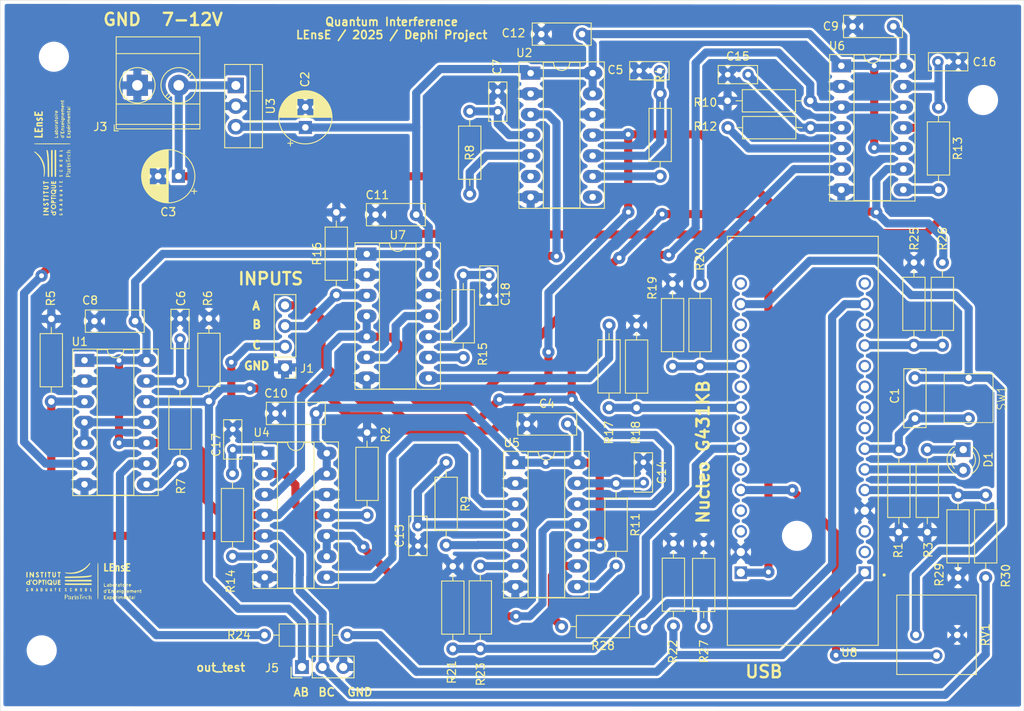
<source format=kicad_pcb>
(kicad_pcb (version 20240108) (generator "pcbnew") (generator_version "8.0")
  (layers (0 "F.Cu" signal) (31 "B.Cu" signal) (34 "B.Paste" user) (35 "F.Paste" user) (36 "B.SilkS" user "B.Silkscreen") (37 "F.SilkS" user "F.Silkscreen") (38 "B.Mask" user) (39 "F.Mask" user) (44 "Edge.Cuts" user))
  (net 0 "")
  (net 1 "GND")
  (net 2 "SW1_OUT")
  (net 3 "Net-(U2B-~{S})")
  (net 4 "VIN")
  (net 6 "Net-(U1B-~{R})")
  (net 9 "5V_NUC")
  (net 13 "3.3V_NUC")
  (net 14 "Net-(U2A-~{S})")
  (net 15 "Net-(U5A-~{S})")
  (net 16 "Net-(U5B-~{R})")
  (net 17 "POT_OUT")
  (net 21 "LED_OUT")
  (net 28 "Net-(U6A-~{S})")
  (net 29 "Net-(U6B-~{R})")
  (net 30 "Net-(U4A-~{R})")
  (net 31 "Net-(U7B-~{S})")
  (net 32 "A2in")
  (net 33 "Net-(D1-K)")
  (net 34 "C2in")
  (net 35 "B2in")
  (net 36 "5V")
  (net 37 "A2out_nuc")
  (net 38 "AC2out_nuc")
  (net 39 "B2out_nuc")
  (net 40 "AB2out_nuc")
  (net 41 "ABCout_nuc")
  (net 42 "BC2out_nuc")
  (net 43 "Net-(U2B-Q)")
  (net 44 "Net-(U1B-~{Q})")
  (net 45 "Net-(U2A-Q)")
  (net 46 "Net-(U5A-Q)")
  (net 47 "Net-(U5B-~{Q})")
  (net 48 "Net-(U6A-Q)")
  (net 49 "Net-(U6B-~{Q})")
  (net 50 "Net-(U4A-~{Q})")
  (net 51 "Net-(U7B-Q)")
  (net 52 "B2out")
  (net 53 "A2out")
  (net 54 "C2out_nuc")
  (net 55 "C2out")
  (net 56 "ABCout")
  (net 57 "AB2out")
  (net 58 "AC2out")
  (net 59 "BC2out")
  (net 60 "Net-(U1A-Q)")
  (net 61 "Net-(U1A-~{Q})")
  (net 62 "Aout")
  (net 63 "Bout")
  (net 64 "Net-(U4A-C)")
  (net 65 "Net-(U4B-Q)")
  (net 66 "Net-(U4B-~{Q})")
  (net 67 "Net-(U7A-~{Q})")
  (footprint "LEnsE:Logo_Small" (layer "F.Cu") (at 144.801933 136.673425)
    (property "Reference" "G***" (hide yes))
    (property "Value" "LOGO" (hide yes))
  )
  (footprint "Resistor_THT:R_Axial_DIN0207_L6.3mm_D2.5mm_P10.16mm_Horizontal" (layer "F.Cu") (at 244.925 120.705 -90)
    (property "Reference" "R1")
    (property "Value" "8.2k")
  )
  (footprint "Resistor_THT:R_Axial_DIN0207_L6.3mm_D2.5mm_P10.16mm_Horizontal" (layer "F.Cu") (at 209.32 115.56 90)
    (property "Reference" "R17")
    (property "Value" "2.2k")
  )
  (footprint "Capacitor_THT:C_Rect_L4.6mm_W2.0mm_P2.50mm_MKS02_FKP02" (layer "F.Cu") (at 213.02 74.12)
    (property "Reference" "C5")
    (property "Value" "220pF")
  )
  (footprint "Resistor_THT:R_Axial_DIN0207_L6.3mm_D2.5mm_P10.16mm_Horizontal" (layer "F.Cu") (at 177.135 143.525 180)
    (property "Reference" "R24")
    (property "Value" "2.2k")
  )
  (footprint "Resistor_THT:R_Axial_DIN0207_L6.3mm_D2.5mm_P10.16mm_Horizontal" (layer "F.Cu") (at 246.78 97.71 -90)
    (property "Reference" "R25")
    (property "Value" "3.3k")
  )
  (footprint "NUCLEO_L432KC:MODULE_NUCLEO-L432KC" (layer "F.Cu") (at 233.125 119.63 180)
    (property "Reference" "U8")
    (property "Value" "NUCLEO-L432KC")
  )
  (footprint "TerminalBlock_Phoenix:TerminalBlock_Phoenix_MKDS-3-2-5.08_1x02_P5.08mm_Horizontal" (layer "F.Cu") (at 151.355 75.917623)
    (property "Reference" "J3")
    (property "Value" "POWER_IN")
  )
  (footprint "Resistor_THT:R_Axial_DIN0207_L6.3mm_D2.5mm_P10.16mm_Horizontal" (layer "F.Cu") (at 252.2 136.46 90)
    (property "Reference" "R29")
    (property "Value" "3.3k")
  )
  (footprint "Resistor_THT:R_Axial_DIN0207_L6.3mm_D2.5mm_P10.16mm_Horizontal" (layer "F.Cu") (at 249.8 78.6 -90)
    (property "Reference" "R13")
    (property "Value" "1k")
  )
  (footprint "Resistor_THT:R_Axial_DIN0207_L6.3mm_D2.5mm_P10.16mm_Horizontal" (layer "F.Cu") (at 213.65 142.475 180)
    (property "Reference" "R28")
    (property "Value" "2.2k")
  )
  (footprint "Capacitor_THT:CP_Radial_D6.3mm_P2.50mm" (layer "F.Cu") (at 172 81.1 90)
    (property "Reference" "C2")
    (property "Value" "100uF")
  )
  (footprint "LEnsE:Switch" (layer "F.Cu") (at 249.005 114.385 -90)
    (property "Reference" "SW1")
    (property "Value" "SW_1")
  )
  (footprint "Capacitor_THT:C_Rect_L4.6mm_W2.0mm_P2.50mm_MKS02_FKP02" (layer "F.Cu") (at 156.6 104.625 -90)
    (property "Reference" "C6")
    (property "Value" "220pF")
  )
  (footprint "Package_TO_SOT_THT:TO-220-3_Vertical" (layer "F.Cu") (at 163.455 75.932623 -90)
    (property "Reference" "U3")
    (property "Value" "LM7805_TO220")
  )
  (footprint "Capacitor_THT:C_Rect_L7.0mm_W2.5mm_P5.00mm" (layer "F.Cu") (at 246.905 111.885 -90)
    (property "Reference" "C1")
    (property "Value" "10nF")
  )
  (footprint "Resistor_THT:R_Axial_DIN0207_L6.3mm_D2.5mm_P10.16mm_Horizontal" (layer "F.Cu") (at 163.045 123.68 -90)
    (property "Reference" "R14")
    (property "Value" "1k")
  )
  (footprint "Package_DIP:DIP-14_W7.62mm_Socket_LongPads" (layer "F.Cu") (at 197.8 122.32)
    (property "Reference" "U5")
    (property "Value" "74HC74")
  )
  (footprint "Resistor_THT:R_Axial_DIN0207_L6.3mm_D2.5mm_P10.16mm_Horizontal" (layer "F.Cu") (at 234.04 77.82 180)
    (property "Reference" "R10")
    (property "Value" "50")
  )
  (footprint "Resistor_THT:R_Axial_DIN0207_L6.3mm_D2.5mm_P10.16mm_Horizontal" (layer "F.Cu") (at 212.7 105.42 -90)
    (property "Reference" "R18")
    (property "Value" "3.3k")
  )
  (footprint "Capacitor_THT:C_Rect_L7.0mm_W2.5mm_P5.00mm" (layer "F.Cu") (at 239.25 68.675)
    (property "Reference" "C9")
    (property "Value" "100nF")
  )
  (footprint "Resistor_THT:R_Axial_DIN0207_L6.3mm_D2.5mm_P10.16mm_Horizontal" (layer "F.Cu") (at 140.78 114.8 90)
    (property "Reference" "R5")
    (property "Value" "50")
  )
  (footprint "Package_DIP:DIP-14_W7.62mm_Socket_LongPads" (layer "F.Cu") (at 237.86 73.52)
    (property "Reference" "U6")
    (property "Value" "74HC74")
  )
  (footprint "Capacitor_THT:C_Rect_L7.0mm_W2.5mm_P5.00mm" (layer "F.Cu") (at 151.08 104.92 180)
    (property "Reference" "C8")
    (property "Value" "100nF")
  )
  (footprint "Resistor_THT:R_Axial_DIN0207_L6.3mm_D2.5mm_P10.16mm_Horizontal" (layer "F.Cu") (at 217.12 100.32 -90)
    (property "Reference" "R19")
    (property "Value" "3.3k")
  )
  (footprint "Resistor_THT:R_Axial_DIN0207_L6.3mm_D2.5mm_P10.16mm_Horizontal" (layer "F.Cu") (at 190.12 135.06 -90)
    (property "Reference" "R21")
    (property "Value" "3.3k")
  )
  (footprint "Capacitor_THT:C_Rect_L4.6mm_W2.0mm_P2.50mm_MKS02_FKP02" (layer "F.Cu") (at 213.54 122.27 -90)
    (property "Reference" "C14")
    (property "Value" "220pF")
  )
  (footprint "Resistor_THT:R_Axial_DIN0207_L6.3mm_D2.5mm_P10.16mm_Horizontal" (layer "F.Cu") (at 179.578 128.778 90)
    (property "Reference" "R2")
    (property "Value" "50")
  )
  (footprint "Resistor_THT:R_Axial_DIN0207_L6.3mm_D2.5mm_P10.16mm_Horizontal" (layer "F.Cu") (at 234.08 81.12 180)
    (property "Reference" "R12")
    (property "Value" "1k")
  )
  (footprint "Resistor_THT:R_Axial_DIN0207_L6.3mm_D2.5mm_P10.16mm_Horizontal" (layer "F.Cu") (at 191.4 99.24 -90)
    (property "Reference" "R15")
    (property "Value" "1k")
  )
  (footprint "Package_DIP:DIP-14_W7.62mm_Socket_LongPads" (layer "F.Cu") (at 167.005 121.16)
    (property "Reference" "U4")
    (property "Value" "74HC74")
  )
  (footprint "Capacitor_THT:CP_Radial_D6.3mm_P2.50mm" (layer "F.Cu") (at 156.4 87.1 180)
    (property "Reference" "C3")
    (property "Value" "100uF")
  )
  (footprint "Resistor_THT:R_Axial_DIN0207_L6.3mm_D2.5mm_P10.16mm_Horizontal" (layer "F.Cu") (at 220.5 110.48 90)
    (property "Reference" "R20")
    (property "Value" "2.2k")
  )
  (footprint "Capacitor_THT:C_Rect_L4.6mm_W2.0mm_P2.50mm_MKS02_FKP02" (layer "F.Cu") (at 195.65 76.67 -90)
    (property "Reference" "C7")
    (property "Value" "220pF")
  )
  (footprint "Resistor_THT:R_Axial_DIN0207_L6.3mm_D2.5mm_P10.16mm_Horizontal" (layer "F.Cu") (at 248.425 120.705 -90)
    (property "Reference" "R3")
    (property "Value" "100")
  )
  (footprint "Connector_PinHeader_2.54mm:PinHeader_1x03_P2.54mm_Vertical" (layer "F.Cu") (at 171.575 147.45 90)
    (property "Reference" "J5")
    (property "Value" "test_out")
  )
  (footprint "Resistor_THT:R_Axial_DIN0207_L6.3mm_D2.5mm_P10.16mm_Horizontal" (layer "F.Cu") (at 215.6 76.94 -90)
    (property "Reference" "R4")
    (property "Value" "1k")
  )
  (footprint "Capacitor_THT:C_Rect_L7.0mm_W2.5mm_P5.00mm" (layer "F.Cu") (at 180.62 91.82)
    (property "Reference" "C11")
    (property "Value" "100nF")
  )
  (footprint "Resistor_THT:R_Axial_DIN0207_L6.3mm_D2.5mm_P10.16mm_Horizontal" (layer "F.Cu") (at 217.225 132.245 -90)
    (property "Reference" "R22")
    (property "Value" "3.3k")
  )
  (footprint "LEnsE:Logo_Small" (layer "F.Cu") (at 140.694067 84.814575 90)
    (property "Reference" "G***" (hide yes))
    (property "Value" "LOGO" (hide yes))
  )
  (footprint "Resistor_THT:R_Axial_DIN0207_L6.3mm_D2.5mm_P10.16mm_Horizontal" (layer "F.Cu") (at 193.5 145.2 90)
    (property "Reference" "R23")
    (property "Value" "2.2k")
  )
  (footprint "Resistor_THT:R_Axial_DIN0207_L6.3mm_D2.5mm_P10.16mm_Horizontal" (layer "F.Cu") (at 175.8 101.7 90)
    (property "Reference" "R16")
    (property "Value" "50")
  )
  (footprint "Resistor_THT:R_Axial_DIN0207_L6.3mm_D2.5mm_P10.16mm_Horizontal" (layer "F.Cu") (at 250.28 107.87 90)
    (property "Reference" "R26")
    (property "Value" "2.2k")
  )
  (footprint "Capacitor_THT:C_Rect_L7.0mm_W2.5mm_P5.00mm" (layer "F.Cu") (at 204.22 117.56 180)
    (property "Reference" "C4")
    (property "Value" "100nF")
  )
  (footprint "Capacitor_THT:C_Rect_L4.6mm_W2.0mm_P2.50mm_MKS02_FKP02" (layer "F.Cu") (at 163.075 118.21 -90)
    (property "Reference" "C17")
    (property "Value" "220pF")
  )
  (footprint "Capacitor_THT:C_Rect_L4.6mm_W2.0mm_P2.50mm_MKS02_FKP02" (layer "F.Cu") (at 194.55 101.79 90)
    (property "Reference" "C18")
    (property "Value" "220pF")
  )
  (footprint "LED_THT:LED_D3.0mm_Clear" (layer "F.Cu") (at 252.84 120.71 -90)
    (property "Reference" "D1")
    (property "Value" "LED")
  )
  (footprint "Resistor_THT:R_Axial_DIN0207_L6.3mm_D2.5mm_P10.16mm_Horizontal" (layer "F.Cu") (at 160.15 104.59 -90)
    (property "Reference" "R6")
    (property "Value" "50")
  )
  (footprint "Capacitor_THT:C_Rect_L7.0mm_W2.5mm_P5.00mm" (layer "F.Cu") (at 201 69.62)
    (property "Reference" "C12")
    (property "Value" "100nF")
  )
  (footprint "" (layer "F.Cu") (at 232.41 131.318)
    (property "Reference" "")
    (property "Value" "")
  )
  (footprint "Package_DIP:DIP-14_W7.62mm_Socket_LongPads" (layer "F.Cu") (at 179.54 96.67)
    (property "Reference" "U7")
    (property "Value" "74HC74")
  )
  (footprint "Package_DIP:DIP-14_W7.62mm_Socket_LongPads" (layer "F.Cu") (at 144.86 109.74)
    (property "Reference" "U1")
    (property "Value" "74HCT74")
  )
  (footprint "Capacitor_THT:C_Rect_L4.6mm_W2.0mm_P2.50mm_MKS02_FKP02" (layer "F.Cu") (at 252.23 73.02 180)
    (property "Reference" "C16")
    (property "Value" "220pF")
  )
  (footprint "MountingHole:MountingHole_3.2mm_M3" (layer "F.Cu") (at 139.6 145.4 90)
    (property "Reference" "M" (hide yes))
    (property "Value" "MountingHole_3.2mm_M3" (hide yes))
  )
  (footprint "Capacitor_THT:C_Rect_L4.6mm_W2.0mm_P2.50mm_MKS02_FKP02" (layer "F.Cu") (at 223.9 74.6)
    (property "Reference" "C15")
    (property "Value" "220pF")
  )
  (footprint "Resistor_THT:R_Axial_DIN0207_L6.3mm_D2.5mm_P10.16mm_Horizontal" (layer "F.Cu") (at 220.95 132.275 -90)
    (property "Reference" "R27")
    (property "Value" "3.3k")
  )
  (footprint "Capacitor_THT:C_Rect_L7.0mm_W2.5mm_P5.00mm" (layer "F.Cu") (at 168.325 116.26)
    (property "Reference" "C10")
    (property "Value" "100nF")
  )
  (footprint "Package_DIP:DIP-14_W7.62mm_Socket_LongPads" (layer "F.Cu") (at 199.68 74.42)
    (property "Reference" "U2")
    (property "Value" "74HCT74")
  )
  (footprint "" (layer "F.Cu") (at 255.27 77.724)
    (property "Reference" "")
    (property "Value" "")
  )
  (footprint "MountingHole:MountingHole_3.2mm_M3" (layer "F.Cu") (at 141.1 72.4 90)
    (property "Reference" "M" (hide yes))
    (property "Value" "MountingHole_3.2mm_M3" (hide yes))
  )
  (footprint "Resistor_THT:R_Axial_DIN0207_L6.3mm_D2.5mm_P10.16mm_Horizontal" (layer "F.Cu") (at 156.6 112.32 -90)
    (property "Reference" "R7")
    (property "Value" "1k")
  )
  (footprint "Potentiometer_THT:Potentiometer_Bourns_3386P_Vertical" (layer "F.Cu") (at 247.02 143.5 -90)
    (property "Reference" "RV1")
    (property "Value" "22k")
  )
  (footprint "Resistor_THT:R_Axial_DIN0207_L6.3mm_D2.5mm_P10.16mm_Horizontal" (layer "F.Cu") (at 210.18 124.87 -90)
    (property "Reference" "R11")
    (property "Value" "1k")
  )
  (footprint "Resistor_THT:R_Axial_DIN0207_L6.3mm_D2.5mm_P10.16mm_Horizontal" (layer "F.Cu") (at 192.2 79.12 -90)
    (property "Reference" "R8")
    (property "Value" "1k")
  )
  (footprint "Capacitor_THT:C_Rect_L4.6mm_W2.0mm_P2.50mm_MKS02_FKP02" (layer "F.Cu") (at 185.83 132.57 90)
    (property "Reference" "C13")
    (property "Value" "220pF")
  )
  (footprint "Connector_PinHeader_2.54mm:PinHeader_1x04_P2.54mm_Vertical" (layer "F.Cu") (at 169.5 110.6 180)
    (property "Reference" "J1")
    (property "Value" "Inputs")
  )
  (footprint "Resistor_THT:R_Axial_DIN0207_L6.3mm_D2.5mm_P10.16mm_Horizontal" (layer "F.Cu") (at 255.6 126.3 -90)
    (property "Reference" "R30")
    (property "Value" "2.2k")
  )
  (footprint "Resistor_THT:R_Axial_DIN0207_L6.3mm_D2.5mm_P10.16mm_Horizontal" (layer "F.Cu") (at 189.3 122.3 -90)
    (property "Reference" "R9")
    (property "Value" "1k")
  )
  (gr_rect (start 134.5 65.45) (end 260.3 152.87) (stroke (width 0.05)) (fill none) (layer "Edge.Cuts"))
  (gr_text "out_test" (at 158.496 148.082 0) (layer "F.SilkS") (effects (font (size 1 1) (thickness 0.2) (bold yes)) (justify left bottom)))
  (gr_text "Nucleo G431KB" (at 221.75 129.975 90) (layer "F.SilkS") (effects (font (size 1.5 1.5) (thickness 0.3) (bold yes)) (justify left bottom)))
  (gr_text "C" (at 165.354 108.458 0) (layer "F.SilkS") (effects (font (size 1 1) (thickness 0.25) (bold yes)) (justify left bottom)))
  (gr_text "BC" (at 173.482 151.13 0) (layer "F.SilkS") (effects (font (size 1 1) (thickness 0.2) (bold yes)) (justify left bottom)))
  (gr_text "A" (at 165.354 103.632 0) (layer "F.SilkS") (effects (font (size 1 1) (thickness 0.25) (bold yes)) (justify left bottom)))
  (gr_text "INPUTS" (at 163.576 100.584 0) (layer "F.SilkS") (effects (font (size 1.5 1.5) (thickness 0.3) (bold yes)) (justify left bottom)))
  (gr_text "GND" (at 164.338 110.998 0) (layer "F.SilkS") (effects (font (size 1 1) (thickness 0.25) (bold yes)) (justify left bottom)))
  (gr_text "GND" (at 177.038 151.13 0) (layer "F.SilkS") (effects (font (size 1 1) (thickness 0.2) (bold yes)) (justify left bottom)))
  (gr_text "B" (at 165.354 105.918 0) (layer "F.SilkS") (effects (font (size 1 1) (thickness 0.25) (bold yes)) (justify left bottom)))
  (gr_text "Quantum Interference\nLEnsE / 2025 / Dephi Project" (at 182.6 70.3 0) (layer "F.SilkS") (effects (font (size 1 1) (thickness 0.2) (bold yes)) (justify bottom)))
  (gr_text "7-12V" (at 154.2 68.7 0) (layer "F.SilkS") (effects (font (size 1.5 1.5) (thickness 0.3) (bold yes)) (justify left bottom)))
  (gr_text "USB" (at 225.9 148.9 0) (layer "F.SilkS") (effects (font (size 1.5 1.5) (thickness 0.3) (bold yes)) (justify left bottom)))
  (gr_text "GND" (at 147 68.7 0) (layer "F.SilkS") (effects (font (size 1.5 1.5) (thickness 0.3) (bold yes)) (justify left bottom)))
  (gr_text "AB" (at 170.434 151.13 0) (layer "F.SilkS") (effects (font (size 1 1) (thickness 0.2) (bold yes)) (justify left bottom)))
  (segment (start 244.925 120.705) (end 244.925 118.865) (width 1) (layer "B.Cu") (net 2))
  (segment (start 244.925 118.865) (end 246.905 116.885) (width 1) (layer "B.Cu") (net 2))
  (segment (start 244.825 120.605) (end 244.925 120.705) (width 1) (layer "B.Cu") (net 2))
  (segment (start 246.905 116.885) (end 253.505 116.885) (width 1) (layer "B.Cu") (net 2))
  (segment (start 240.745 120.605) (end 244.825 120.605) (width 1) (layer "B.Cu") (net 2))
  (segment (start 207.3 84.58) (end 213.92 84.58) (width 1) (layer "B.Cu") (net 3))
  (segment (start 213.92 84.58) (end 215.6 82.9) (width 1) (layer "B.Cu") (net 3))
  (segment (start 215.6 82.9) (end 215.6 76.94) (width 1) (layer "B.Cu") (net 3))
  (segment (start 215.6 76.94) (end 215.6 74.2) (width 1) (layer "B.Cu") (net 3))
  (segment (start 215.6 74.2) (end 215.52 74.12) (width 1) (layer "B.Cu") (net 3))
  (segment (start 228.9 98.1) (end 225.06 94.26) (width 1) (layer "F.Cu") (net 4))
  (segment (start 186.69 87.1) (end 156.4 87.1) (width 1) (layer "F.Cu") (net 4))
  (segment (start 228.9 135.77) (end 228.9 98.1) (width 1) (layer "F.Cu") (net 4))
  (segment (start 193.85 94.26) (end 186.69 87.1) (width 1) (layer "F.Cu") (net 4))
  (segment (start 225.06 94.26) (end 193.85 94.26) (width 1) (layer "F.Cu") (net 4))
  (via (at 228.9 135.77) (size 1.5) (drill 0.6) (layers "F.Cu" "B.Cu") (net 4))
  (segment (start 163.44 75.917623) (end 163.455 75.932623) (width 1) (layer "B.Cu") (net 4))
  (segment (start 228.825 135.845) (end 228.9 135.77) (width 1) (layer "B.Cu") (net 4))
  (segment (start 156.435 87.065) (end 156.4 87.1) (width 1) (layer "B.Cu") (net 4))
  (segment (start 225.505 135.845) (end 228.825 135.845) (width 1) (layer "B.Cu") (net 4))
  (segment (start 156.435 75.917623) (end 156.435 87.065) (width 1) (layer "B.Cu") (net 4))
  (segment (start 156.435 75.917623) (end 163.44 75.917623) (width 1) (layer "B.Cu") (net 4))
  (segment (start 156.6 112.32) (end 152.52 112.32) (width 1) (layer "B.Cu") (net 6))
  (segment (start 156.6 112.32) (end 156.6 107.125) (width 1) (layer "B.Cu") (net 6))
  (segment (start 152.52 112.32) (end 152.48 112.28) (width 1) (layer "B.Cu") (net 6))
  (segment (start 257.46 113.35) (end 257.46 129.8) (width 1) (layer "B.Cu") (net 13))
  (segment (start 255.995 111.885) (end 257.46 113.35) (width 1) (layer "B.Cu") (net 13))
  (segment (start 228.645 102.825) (end 225.505 102.825) (width 1) (layer "B.Cu") (net 13))
  (segment (start 246.905 111.885) (end 253.505 111.885) (width 1) (layer "B.Cu") (net 13))
  (segment (start 253.505 103.345) (end 251.87 101.71) (width 1) (layer "B.Cu") (net 13))
  (segment (start 253.505 111.885) (end 253.505 103.345) (width 1) (layer "B.Cu") (net 13))
  (segment (start 257.46 129.8) (end 254.11 133.15) (width 1) (layer "B.Cu") (net 13))
  (segment (start 253.505 111.885) (end 255.995 111.885) (width 1) (layer "B.Cu") (net 13))
  (segment (start 247.02 136.12) (end 247.02 143.5) (width 1) (layer "B.Cu") (net 13))
  (segment (start 249.99 133.15) (end 247.02 136.12) (width 1) (layer "B.Cu") (net 13))
  (segment (start 254.11 133.15) (end 249.99 133.15) (width 1) (layer "B.Cu") (net 13))
  (segment (start 246.42 101.71) (end 242.2 97.49) (width 1) (layer "B.Cu") (net 13))
  (segment (start 251.87 101.71) (end 246.42 101.71) (width 1) (layer "B.Cu") (net 13))
  (segment (start 233.98 97.49) (end 228.645 102.825) (width 1) (layer "B.Cu") (net 13))
  (segment (start 242.2 97.49) (end 233.98 97.49) (width 1) (layer "B.Cu") (net 13))
  (segment (start 197.04 82.04) (end 199.68 82.04) (width 1) (layer "B.Cu") (net 14))
  (segment (start 195.6 79.12) (end 195.65 79.17) (width 1) (layer "B.Cu") (net 14))
  (segment (start 192.2 79.12) (end 195.6 79.12) (width 1) (layer "B.Cu") (net 14))
  (segment (start 195.65 80.65) (end 197.04 82.04) (width 1) (layer "B.Cu") (net 14))
  (segment (start 195.65 79.17) (end 195.65 80.65) (width 1) (layer "B.Cu") (net 14))
  (segment (start 197.77 129.91) (end 197.8 129.94) (width 1) (layer "B.Cu") (net 15))
  (segment (start 185.83 125.89) (end 189.28 122.44) (width 1) (layer "B.Cu") (net 15))
  (segment (start 185.96 129.94) (end 197.8 129.94) (width 1) (layer "B.Cu") (net 15))
  (segment (start 185.83 130.07) (end 185.83 125.89) (width 1) (layer "B.Cu") (net 15))
  (segment (start 185.83 130.07) (end 185.96 129.94) (width 1) (layer "B.Cu") (net 15))
  (segment (start 213.43 124.88) (end 213.54 124.77) (width 1) (layer "B.Cu") (net 16))
  (segment (start 209.34 124.88) (end 213.43 124.88) (width 1) (layer "B.Cu") (net 16))
  (segment (start 205.42 124.86) (end 209.32 124.86) (width 1) (layer "B.Cu") (net 16))
  (segment (start 209.32 124.86) (end 209.34 124.88) (width 1) (layer "B.Cu") (net 16))
  (segment (start 231.85 125.7) (end 237.2 131.05) (width 1) (layer "F.Cu") (net 17))
  (segment (start 237.2 131.05) (end 237.2 146) (width 1) (layer "F.Cu") (net 17))
  (via (at 237.2 146) (size 1.5) (drill 0.6) (layers "F.Cu" "B.Cu") (net 17))
  (via (at 231.85 125.7) (size 1.5) (drill 0.6) (layers "F.Cu" "B.Cu") (net 17))
  (segment (start 237.24 146.04) (end 249.56 146.04) (width 1) (layer "B.Cu") (net 17))
  (segment (start 231.835 125.685) (end 231.85 125.7) (width 1) (layer "B.Cu") (net 17))
  (segment (start 237.2 146) (end 237.24 146.04) (width 1) (layer "B.Cu") (net 17))
  (segment (start 225.505 125.685) (end 231.835 125.685) (width 1) (layer "B.Cu") (net 17))
  (segment (start 240.745 123.145) (end 252.735 123.145) (width 1) (layer "B.Cu") (net 21))
  (segment (start 252.735 123.145) (end 252.84 123.25) (width 1) (layer "B.Cu") (net 21))
  (segment (start 234.1 81.14) (end 234.08 81.12) (width 1) (layer "B.Cu") (net 28))
  (segment (start 226.4 74.6) (end 232.92 81.12) (width 1) (layer "B.Cu") (net 28))
  (segment (start 237.86 81.14) (end 234.1 81.14) (width 1) (layer "B.Cu") (net 28))
  (segment (start 232.92 81.12) (end 234.08 81.12) (width 1) (layer "B.Cu") (net 28))
  (segment (start 245.48 76.06) (end 249.44 76.06) (width 1) (layer "B.Cu") (net 29))
  (segment (start 249.8 73.09) (end 249.73 73.02) (width 1) (layer "B.Cu") (net 29))
  (segment (start 249.8 75.7) (end 249.8 73.09) (width 1) (layer "B.Cu") (net 29))
  (segment (start 249.8 78.6) (end 249.8 75.7) (width 1) (layer "B.Cu") (net 29))
  (segment (start 249.44 76.06) (end 249.8 75.7) (width 1) (layer "B.Cu") (net 29))
  (segment (start 163.075 120.71) (end 166.555 120.71) (width 1) (layer "B.Cu") (net 30))
  (segment (start 163.045 120.74) (end 163.075 120.71) (width 1) (layer "B.Cu") (net 30))
  (segment (start 163.045 123.68) (end 163.045 120.74) (width 1) (layer "B.Cu") (net 30))
  (segment (start 166.555 120.71) (end 167.005 121.16) (width 1) (layer "B.Cu") (net 30))
  (segment (start 189.77 106.83) (end 191.4 105.2) (width 1) (layer "B.Cu") (net 31))
  (segment (start 194.5 99.24) (end 194.55 99.29) (width 1) (layer "B.Cu") (net 31))
  (segment (start 187.16 106.83) (end 189.77 106.83) (width 1) (layer "B.Cu") (net 31))
  (segment (start 191.4 99.24) (end 194.5 99.24) (width 1) (layer "B.Cu") (net 31))
  (segment (start 191.4 105.2) (end 191.4 99.24) (width 1) (layer "B.Cu") (net 31))
  (segment (start 193.548 116.84) (end 184.023 116.84) (width 1) (layer "F.Cu") (net 32))
  (segment (start 182.245 115.062) (end 179.07 115.062) (width 1) (layer "F.Cu") (net 32))
  (segment (start 184.023 116.84) (end 182.245 115.062) (width 1) (layer "F.Cu") (net 32))
  (segment (start 204.724 106.68) (end 214.63 96.774) (width 1) (layer "F.Cu") (net 32))
  (segment (start 214.63 96.774) (end 216.662 96.774) (width 1) (layer "F.Cu") (net 32))
  (segment (start 173.99 109.982) (end 173.99 104.648) (width 1) (layer "F.Cu") (net 32))
  (segment (start 195.834 114.554) (end 193.548 116.84) (width 1) (layer "F.Cu") (net 32))
  (segment (start 179.07 115.062) (end 173.99 109.982) (width 1) (layer "F.Cu") (net 32))
  (segment (start 172.322 102.98) (end 169.5 102.98) (width 1) (layer "F.Cu") (net 32))
  (segment (start 204.724 114.554) (end 204.724 106.68) (width 1) (layer "F.Cu") (net 32))
  (segment (start 173.99 104.648) (end 172.322 102.98) (width 1) (layer "F.Cu") (net 32))
  (via (at 204.724 114.554) (size 1.5) (drill 0.6) (layers "F.Cu" "B.Cu") (net 32))
  (via (at 195.834 114.554) (size 1.5) (drill 0.6) (layers "F.Cu" "B.Cu") (net 32))
  (via (at 216.662 96.774) (size 1.5) (drill 0.6) (layers "F.Cu" "B.Cu") (net 32))
  (segment (start 219.964 93.472) (end 219.964 73.152) (width 1) (layer "B.Cu") (net 32))
  (segment (start 216.662 96.774) (end 219.964 93.472) (width 1) (layer "B.Cu") (net 32))
  (segment (start 219.964 73.152) (end 221.234 71.882) (width 1) (layer "B.Cu") (net 32))
  (segment (start 214.99 118.92) (end 209.09 118.92) (width 1) (layer "B.Cu") (net 32))
  (segment (start 214.71 127.4) (end 216.55 125.56) (width 1) (layer "B.Cu") (net 32))
  (segment (start 221.234 71.882) (end 230.124 71.882) (width 1) (layer "B.Cu") (net 32))
  (segment (start 209.09 118.92) (end 204.724 114.554) (width 1) (layer "B.Cu") (net 32))
  (segment (start 234.04 75.798) (end 234.04 77.82) (width 1) (layer "B.Cu") (net 32))
  (segment (start 205.42 127.4) (end 214.71 127.4) (width 1) (layer "B.Cu") (net 32))
  (segment (start 237.86 78.6) (end 234.82 78.6) (width 1) (layer "B.Cu") (net 32))
  (segment (start 216.55 120.48) (end 214.99 118.92) (width 1) (layer "B.Cu") (net 32))
  (segment (start 230.124 71.882) (end 234.04 75.798) (width 1) (layer "B.Cu") (net 32))
  (segment (start 195.834 114.554) (end 204.724 114.554) (width 1) (layer "B.Cu") (net 32))
  (segment (start 234.82 78.6) (end 234.04 77.82) (width 1) (layer "B.Cu") (net 32))
  (segment (start 216.55 125.56) (end 216.55 120.48) (width 1) (layer "B.Cu") (net 32))
  (segment (start 237.86 78.6) (end 245.48 78.6) (width 1) (layer "B.Cu") (net 32))
  (segment (start 248.425 120.705) (end 252.835 120.705) (width 1) (layer "B.Cu") (net 33))
  (segment (start 252.835 120.705) (end 252.84 120.71) (width 1) (layer "B.Cu") (net 33))
  (segment (start 169.43 119.55) (end 168.62 118.74) (width 1) (layer "F.Cu") (net 34))
  (segment (start 172.03 128.78) (end 174.625 128.78) (width 1) (layer "F.Cu") (net 34))
  (segment (start 170.78 127.53) (end 172.03 128.78) (width 1) (layer "F.Cu") (net 34))
  (segment (start 167.005 123.7) (end 169.43 123.7) (width 1) (layer "F.Cu") (net 34))
  (segment (start 166.87 118.74) (end 162.9 114.77) (width 1) (layer "F.Cu") (net 34))
  (segment (start 168.62 118.74) (end 166.87 118.74) (width 1) (layer "F.Cu") (net 34))
  (segment (start 162.9 114.77) (end 162.9 109.96) (width 1) (layer "F.Cu") (net 34))
  (segment (start 169.43 123.7) (end 170.78 125.05) (width 1) (layer "F.Cu") (net 34))
  (segment (start 170.78 125.05) (end 170.78 127.53) (width 1) (layer "F.Cu") (net 34))
  (segment (start 169.43 123.7) (end 169.43 119.55) (width 1) (layer "F.Cu") (net 34))
  (via (at 162.9 109.96) (size 1.5) (drill 0.6) (layers "F.Cu" "B.Cu") (net 34))
  (segment (start 169.5 108.06) (end 164.8 108.06) (width 1) (layer "B.Cu") (net 34))
  (segment (start 174.625 128.78) (end 179.576 128.78) (width 1) (layer "B.Cu") (net 34))
  (segment (start 164.8 108.06) (end 162.9 109.96) (width 1) (layer "B.Cu") (net 34))
  (segment (start 179.576 128.78) (end 179.578 128.778) (width 1) (layer "B.Cu") (net 34))
  (segment (start 179.54 101.75) (end 175.85 101.75) (width 1) (layer "B.Cu") (net 35))
  (segment (start 171.98 105.52) (end 175.8 101.7) (width 1) (layer "B.Cu") (net 35))
  (segment (start 169.5 105.52) (end 171.98 105.52) (width 1) (layer "B.Cu") (net 35))
  (segment (start 175.85 101.75) (end 175.8 101.7) (width 1) (layer "B.Cu") (net 35))
  (segment (start 208.17 132.47) (end 208.17 123.68) (width 1) (layer "F.Cu") (net 36))
  (segment (start 208.17 123.68) (end 206.81 122.32) (width 1) (layer "F.Cu") (net 36))
  (segment (start 159.83 121.48) (end 159.83 126.96) (width 1) (layer "F.Cu") (net 36))
  (segment (start 161.65 128.78) (end 167.005 128.78) (width 1) (layer "F.Cu") (net 36))
  (segment (start 206.81 122.32) (end 205.42 122.32) (width 1) (layer "F.Cu") (net 36))
  (segment (start 159.83 126.96) (end 161.65 128.78) (width 1) (layer "F.Cu") (net 36))
  (segment (start 149.1 119.9) (end 149.1 109.74) (width 1) (layer "F.Cu") (net 36))
  (segment (start 152.48 119.9) (end 158.25 119.9) (width 1) (layer "F.Cu") (net 36))
  (segment (start 158.25 119.9) (end 159.83 121.48) (width 1) (layer "F.Cu") (net 36))
  (segment (start 241.9 83.6) (end 241.9 73.52) (width 1) (layer "F.Cu") (net 36))
  (via (at 208.17 132.47) (size 1.5) (drill 0.6) (layers "F.Cu" "B.Cu") (net 36))
  (via (at 149.1 109.74) (size 1.5) (drill 0.6) (layers "F.Cu" "B.Cu") (net 36))
  (via (at 149.1 119.9) (size 1.5) (drill 0.6) (layers "F.Cu" "B.Cu") (net 36))
  (via (at 201.54 122.32) (size 1.5) (drill 0.6) (layers "F.Cu" "B.Cu") (net 36))
  (via (at 241.9 83.6) (size 1.5) (drill 0.6) (layers "F.Cu" "B.Cu") (net 36))
  (via (at 241.9 73.52) (size 1.5) (drill 0.6) (layers "F.Cu" "B.Cu") (net 36))
  (segment (start 241.98 83.68) (end 241.9 83.6) (width 1) (layer "B.Cu") (net 36))
  (segment (start 185.62 81.11) (end 185.62 76.85) (width 1) (layer "B.Cu") (net 36))
  (segment (start 174.015 115.57) (end 191.91 115.57) (width 1) (layer "B.Cu") (net 36))
  (segment (start 173.325 116.26) (end 174.015 115.57) (width 1) (layer "B.Cu") (net 36))
  (segment (start 187.16 99.21) (end 187.16 96.67) (width 1) (layer "B.Cu") (net 36))
  (segment (start 207.3 74.42) (end 199.68 74.42) (width 1) (layer "B.Cu") (net 36))
  (segment (start 173.228 116.357) (end 173.325 116.26) (width 1) (layer "B.Cu") (net 36))
  (segment (start 245.48 69.905) (end 244.25 68.675) (width 1) (layer "B.Cu") (net 36))
  (segment (start 185.62 76.85) (end 188.556 73.914) (width 1) (layer "B.Cu") (net 36))
  (segment (start 197.8 121.46) (end 197.8 122.32) (width 1) (layer "B.Cu") (net 36))
  (segment (start 185.61 81.1) (end 185.62 81.11) (width 1) (layer "B.Cu") (net 36))
  (segment (start 201.54 122.32) (end 197.8 122.32) (width 1) (layer "B.Cu") (net 36))
  (segment (start 205.42 122.32) (end 201.54 122.32) (width 1) (layer "B.Cu") (net 36))
  (segment (start 187.16 93.36) (end 185.62 91.82) (width 1) (layer "B.Cu") (net 36))
  (segment (start 152.48 106.32) (end 151.08 104.92) (width 1) (layer "B.Cu") (net 36))
  (segment (start 233.96 69.62) (end 237.86 73.52) (width 1) (layer "B.Cu") (net 36))
  (segment (start 173.228 119.763) (end 173.228 116.357) (width 1) (layer "B.Cu") (net 36))
  (segment (start 168.67 128.78) (end 173.75 123.7) (width 1) (layer "B.Cu") (net 36))
  (segment (start 172.78 96.65) (end 172.8 96.67) (width 1) (layer "B.Cu") (net 36))
  (segment (start 237.86 73.52) (end 241.9 73.52) (width 1) (layer "B.Cu") (net 36))
  (segment (start 206 69.62) (end 233.96 69.62) (width 1) (layer "B.Cu") (net 36))
  (segment (start 241.9 73.52) (end 245.48 73.52) (width 1) (layer "B.Cu") (net 36))
  (segment (start 207.3 74.42) (end 207.3 70.92) (width 1) (layer "B.Cu") (net 36))
  (segment (start 207.3 76.96) (end 207.3 74.42) (width 1) (layer "B.Cu") (net 36))
  (segment (start 154.48 96.65) (end 172.78 96.65) (width 1) (layer "B.Cu") (net 36))
  (segment (start 149.075 119.925) (end 149.1 119.9) (width 1) (layer "B.Cu") (net 36))
  (segment (start 167.005 128.78) (end 168.67 128.78) (width 1) (layer "B.Cu") (net 36))
  (segment (start 191.91 115.57) (end 197.8 121.46) (width 1) (layer "B.Cu") (net 36))
  (segment (start 163.455 81.012623) (end 171.912623 81.012623) (width 1) (layer "B.Cu") (net 36))
  (segment (start 172.8 96.67) (end 179.54 96.67) (width 1) (layer "B.Cu") (net 36))
  (segment (start 205.42 118.76) (end 204.22 117.56) (width 1) (layer "B.Cu") (net 36))
  (segment (start 172 81.1) (end 185.61 81.1) (width 1) (layer "B.Cu") (net 36))
  (segment (start 174.625 121.16) (end 173.228 119.763) (width 1) (layer "B.Cu") (net 36))
  (segment (start 208.17 132.47) (end 208.16 132.48) (width 1) (layer "B.Cu") (net 36))
  (segment (start 171.912623 81.012623) (end 172 81.1) (width 1) (layer "B.Cu") (net 36))
  (segment (start 151.08 100.05) (end 154.48 96.65) (width 1) (layer "B.Cu") (net 36))
  (segment (start 199.174 73.914) (end 199.68 74.42) (width 1) (layer "B.Cu") (net 36))
  (segment (start 208.16 132.48) (end 205.42 132.48) (width 1) (layer "B.Cu") (net 36))
  (segment (start 187.16 96.67) (end 187.16 93.36) (width 1) (layer "B.Cu") (net 36))
  (segment (start 149.1 109.74) (end 144.86 109.74) (width 1) (layer "B.Cu") (net 36))
  (segment (start 152.48 119.9) (end 149.1 119.9) (width 1) (layer "B.Cu") (net 36))
  (segment (start 245.48 73.52) (end 245.48 69.905) (width 1) (layer "B.Cu") (net 36))
  (segment (start 207.3 70.92) (end 206 69.62) (width 1) (layer "B.Cu") (net 36))
  (segment (start 245.48 83.68) (end 241.98 83.68) (width 1) (layer "B.Cu") (net 36))
  (segment (start 188.556 73.914) (end 199.174 73.914) (width 1) (layer "B.Cu") (net 36))
  (segment (start 151.08 104.92) (end 151.08 100.05) (width 1) (layer "B.Cu") (net 36))
  (segment (start 152.48 109.74) (end 149.1 109.74) (width 1) (layer "B.Cu") (net 36))
  (segment (start 174.625 123.7) (end 174.625 121.16) (width 1) (layer "B.Cu") (net 36))
  (segment (start 173.75 123.7) (end 174.625 123.7) (width 1) (layer "B.Cu") (net 36))
  (segment (start 152.48 109.74) (end 152.48 106.32) (width 1) (layer "B.Cu") (net 36))
  (segment (start 185.62 91.82) (end 185.62 81.11) (width 1) (layer "B.Cu") (net 36))
  (segment (start 179.54 96.67) (end 187.16 96.67) (width 1) (layer "B.Cu") (net 36))
  (segment (start 205.42 122.32) (end 205.42 118.76) (width 1) (layer "B.Cu") (net 36))
  (segment (start 220.5 110.48) (end 225.47 110.48) (width 1) (layer "B.Cu") (net 37))
  (segment (start 217.12 110.48) (end 220.5 110.48) (width 1) (layer "B.Cu") (net 37))
  (segment (start 225.47 110.48) (end 225.505 110.445) (width 1) (layer "B.Cu") (net 37))
  (segment (start 220.825 139.6) (end 220.95 139.725) (width 1) (layer "B.Cu") (net 38))
  (segment (start 236.728 104.394) (end 238.297 102.825) (width 1) (layer "B.Cu") (net 38))
  (segment (start 220.95 139.725) (end 220.95 142.435) (width 1) (layer "B.Cu") (net 38))
  (segment (start 236.728 134.874) (end 236.728 104.394) (width 1) (layer "B.Cu") (net 38))
  (segment (start 238.297 102.825) (end 240.745 102.825) (width 1) (layer "B.Cu") (net 38))
  (segment (start 213.65 142.475) (end 216.525 139.6) (width 1) (layer "B.Cu") (net 38))
  (segment (start 232.002 139.6) (end 236.728 134.874) (width 1) (layer "B.Cu") (net 38))
  (segment (start 218.115 139.6) (end 232.002 139.6) (width 1) (layer "B.Cu") (net 38))
  (segment (start 218.115 139.6) (end 220.825 139.6) (width 1) (layer "B.Cu") (net 38))
  (segment (start 216.525 139.6) (end 218.115 139.6) (width 1) (layer "B.Cu") (net 38))
  (segment (start 212.7 115.58) (end 225.45 115.58) (width 1) (layer "B.Cu") (net 39))
  (segment (start 225.45 115.58) (end 225.505 115.525) (width 1) (layer "B.Cu") (net 39))
  (segment (start 209.32 115.56) (end 212.68 115.56) (width 1) (layer "B.Cu") (net 39))
  (segment (start 212.68 115.56) (end 212.7 115.58) (width 1) (layer "B.Cu") (net 39))
  (segment (start 246.78 107.87) (end 240.78 107.87) (width 1) (layer "B.Cu") (net 40))
  (segment (start 246.775 107.865) (end 246.78 107.87) (width 1) (layer "B.Cu") (net 40))
  (segment (start 246.78 107.87) (end 250.28 107.87) (width 1) (layer "B.Cu") (net 40))
  (segment (start 240.78 107.87) (end 240.745 107.905) (width 1) (layer "B.Cu") (net 40))
  (segment (start 177.135 143.525) (end 181.145 143.525) (width 1) (layer "B.Cu") (net 41))
  (segment (start 181.145 143.525) (end 185.65 148.03) (width 1) (layer "B.Cu") (net 41))
  (segment (start 217.225 145.975) (end 230.615 145.975) (width 1) (layer "B.Cu") (net 41))
  (segment (start 215.17 148.03) (end 217.225 145.975) (width 1) (layer "B.Cu") (net 41))
  (segment (start 185.65 148.03) (end 215.17 148.03) (width 1) (layer "B.Cu") (net 41))
  (segment (start 230.615 145.975) (end 240.745 135.845) (width 1) (layer "B.Cu") (net 41))
  (segment (start 217.225 145.975) (end 217.225 142.405) (width 1) (layer "B.Cu") (net 41))
  (segment (start 251.585 125.685) (end 252.2 126.3) (width 1) (layer "B.Cu") (net 42))
  (segment (start 240.745 125.685) (end 251.585 125.685) (width 1) (layer "B.Cu") (net 42))
  (segment (start 255.6 126.3) (end 252.2 126.3) (width 1) (layer "B.Cu") (net 42))
  (segment (start 215.58 87.12) (end 215.6 87.1) (width 1) (layer "B.Cu") (net 43))
  (segment (start 207.3 87.12) (end 215.58 87.12) (width 1) (layer "B.Cu") (net 43))
  (segment (start 154.1 124.98) (end 156.6 122.48) (width 1) (layer "B.Cu") (net 44))
  (segment (start 152.48 124.98) (end 154.1 124.98) (width 1) (layer "B.Cu") (net 44))
  (segment (start 199.68 84.58) (end 194.22 84.58) (width 1) (layer "B.Cu") (net 45))
  (segment (start 192.2 86.6) (end 192.2 89.28) (width 1) (layer "B.Cu") (net 45))
  (segment (start 194.22 84.58) (end 192.2 86.6) (width 1) (layer "B.Cu") (net 45))
  (segment (start 189.3 132.46) (end 193.2 132.46) (width 1) (layer "B.Cu") (net 46))
  (segment (start 193.22 132.44) (end 197.76 132.44) (width 1) (layer "B.Cu") (net 46))
  (segment (start 197.76 132.44) (end 197.8 132.48) (width 1) (layer "B.Cu") (net 46))
  (segment (start 193.2 132.46) (end 193.22 132.44) (width 1) (layer "B.Cu") (net 46))
  (segment (start 210.18 135.03) (end 210.18 135.2) (width 1) (layer "B.Cu") (net 47))
  (segment (start 210.18 135.2) (end 207.82 137.56) (width 1) (layer "B.Cu") (net 47))
  (segment (start 207.82 137.56) (end 205.42 137.56) (width 1) (layer "B.Cu") (net 47))
  (segment (start 226.48 83.68) (end 237.86 83.68) (width 1) (layer "B.Cu") (net 48))
  (segment (start 223.92 81.12) (end 226.48 83.68) (width 1) (layer "B.Cu") (net 48))
  (segment (start 245.48 88.76) (end 249.8 88.76) (width 1) (layer "B.Cu") (net 49))
  (segment (start 163.065 133.86) (end 163.045 133.84) (width 1) (layer "B.Cu") (net 50))
  (segment (start 167.005 133.86) (end 163.065 133.86) (width 1) (layer "B.Cu") (net 50))
  (segment (start 191.37 109.37) (end 191.4 109.4) (width 1) (layer "B.Cu") (net 51))
  (segment (start 187.16 109.37) (end 191.37 109.37) (width 1) (layer "B.Cu") (net 51))
  (segment (start 206.89 111.91) (end 209.32 109.48) (width 1) (layer "B.Cu") (net 52))
  (segment (start 187.16 111.91) (end 206.89 111.91) (width 1) (layer "B.Cu") (net 52))
  (segment (start 209.32 109.48) (end 209.32 105.4) (width 1) (layer "B.Cu") (net 52))
  (segment (start 237.86 86.22) (end 232.05 86.22) (width 1) (layer "B.Cu") (net 53))
  (segment (start 232.05 86.22) (end 220.54 97.73) (width 1) (layer "B.Cu") (net 53))
  (segment (start 220.54 97.73) (end 220.54 100.28) (width 1) (layer "B.Cu") (net 53))
  (segment (start 220.54 100.28) (end 220.5 100.32) (width 1) (layer "B.Cu") (net 53))
  (segment (start 222.045 120.605) (end 225.505 120.605) (width 1) (layer "B.Cu") (net 54))
  (segment (start 207.4 145.2) (end 213.83 138.77) (width 1) (layer "B.Cu") (net 54))
  (segment (start 213.83 138.77) (end 213.83 131.595) (width 1) (layer "B.Cu") (net 54))
  (segment (start 213.83 131.595) (end 219.975 125.45) (width 1) (layer "B.Cu") (net 54))
  (segment (start 193.5 145.2) (end 207.4 145.2) (width 1) (layer "B.Cu") (net 54))
  (segment (start 219.975 125.45) (end 219.975 122.675) (width 1) (layer "B.Cu") (net 54))
  (segment (start 193.2 145.14) (end 193.22 145.12) (width 1) (layer "B.Cu") (net 54))
  (segment (start 219.975 122.675) (end 222.045 120.605) (width 1) (layer "B.Cu") (net 54))
  (segment (start 190.12 145.22) (end 193.48 145.22) (width 1) (layer "B.Cu") (net 54))
  (segment (start 197.78 135.04) (end 197.8 135.02) (width 1) (layer "B.Cu") (net 55))
  (segment (start 193.5 135.04) (end 193.6 134.94) (width 1) (layer "B.Cu") (net 55))
  (segment (start 197.74 134.96) (end 197.8 135.02) (width 1) (layer "B.Cu") (net 55))
  (segment (start 193.5 135.04) (end 197.78 135.04) (width 1) (layer "B.Cu") (net 55))
  (segment (start 150.52 122.44) (end 149.22 123.74) (width 1) (layer "B.Cu") (net 56))
  (segment (start 149.22 139.06) (end 153.685 143.525) (width 1) (layer "B.Cu") (net 56))
  (segment (start 149.22 123.74) (end 149.22 139.06) (width 1) (layer "B.Cu") (net 56))
  (segment (start 153.685 143.525) (end 166.975 143.525) (width 1) (layer "B.Cu") (net 56))
  (segment (start 152.48 122.44) (end 150.52 122.44) (width 1) (layer "B.Cu") (net 56))
  (segment (start 182.88 118.364) (end 181.102 116.586) (width 1) (layer "F.Cu") (net 57))
  (segment (start 220.7 81.95) (end 211.67 81.95) (width 1) (layer "F.Cu") (net 57))
  (segment (start 181.102 116.586) (end 177.292 116.586) (width 1) (layer "F.Cu") (net 57))
  (segment (start 242.07 91.45) (end 230.2 91.45) (width 1) (layer "F.Cu") (net 57))
  (segment (start 211.69 91.51) (end 211.67 91.49) (width 1) (layer "F.Cu") (net 57))
  (segment (start 201.87 108.712) (end 201.87 111.566) (width 1) (layer "F.Cu") (net 57))
  (segment (start 173.906 113.2) (end 165.18 113.2) (width 1) (layer "F.Cu") (net 57))
  (segment (start 230.2 91.45) (end 220.7 81.95) (width 1) (layer "F.Cu") (net 57))
  (segment (start 211.67 91.49) (end 211.67 81.95) (width 1) (layer "F.Cu") (net 57))
  (segment (start 242.16 91.54) (end 242.07 91.45) (width 1) (layer "F.Cu") (net 57))
  (segment (start 177.292 116.586) (end 173.906 113.2) (width 1) (layer "F.Cu") (net 57))
  (segment (start 201.87 111.566) (end 195.072 118.364) (width 1) (layer "F.Cu") (net 57))
  (segment (start 195.072 118.364) (end 182.88 118.364) (width 1) (layer "F.Cu") (net 57))
  (via (at 201.87 108.712) (size 1.5) (drill 0.6) (layers "F.Cu" "B.Cu") (net 57))
  (via (at 165.18 113.2) (size 1.5) (drill 0.6) (layers "F.Cu" "B.Cu") (net 57))
  (via (at 242.16 91.54) (size 1.5) (drill 0.6) (layers "F.Cu" "B.Cu") (net 57))
  (via (at 211.69 91.51) (size 1.5) (drill 0.6) (layers "F.Cu" "B.Cu") (net 57))
  (via (at 211.67 81.95) (size 1.5) (drill 0.6) (layers "F.Cu" "B.Cu") (net 57))
  (segment (start 242.16 91.54) (end 243.52 92.9) (width 1) (layer "B.Cu") (net 57))
  (segment (start 160.15 114.75) (end 160.15 114.62) (width 1) (layer "B.Cu") (net 57))
  (segment (start 169.9 140.275) (end 171.575 141.95) (width 1) (layer "B.Cu") (net 57))
  (segment (start 201.87 108.712) (end 201.87 101.406) (width 1) (layer "B.Cu") (net 57))
  (segment (start 207.3 82.04) (end 211.58 82.04) (width 1) (layer "B.Cu") (net 57))
  (segment (start 250.39 97.6) (end 250.28 97.71) (width 1) (layer "B.Cu") (net 57))
  (segment (start 160.08 114.82) (end 160.15 114.75) (width 1) (layer "B.Cu") (net 57))
  (segment (start 242.16 91.54) (end 242.16 87.49) (width 1) (layer "B.Cu") (net 57))
  (segment (start 161.7 113.2) (end 160.15 114.75) (width 1) (layer "B.Cu") (net 57))
  (segment (start 163.8 140.275) (end 169.9 140.275) (width 1) (layer "B.Cu") (net 57))
  (segment (start 211.58 82.04) (end 211.67 81.95) (width 1) (layer "B.Cu") (net 57))
  (segment (start 160.15 136.625) (end 163.8 140.275) (width 1) (layer "B.Cu") (net 57))
  (segment (start 211.69 91.586) (end 211.69 91.51) (width 1) (layer "B.Cu") (net 57))
  (segment (start 201.87 101.406) (end 211.69 91.586) (width 1) (layer "B.Cu") (net 57))
  (segment (start 165.18 113.2) (end 161.7 113.2) (width 1) (layer "B.Cu") (net 57))
  (segment (start 160.15 114.75) (end 160.15 136.625) (width 1) (layer "B.Cu") (net 57))
  (segment (start 250.39 94.74) (end 250.39 97.6) (width 1) (layer "B.Cu") (net 57))
  (segment (start 243.52 92.9) (end 248.55 92.9) (width 1) (layer "B.Cu") (net 57))
  (segment (start 242.16 87.49) (end 243.43 86.22) (width 1) (layer "B.Cu") (net 57))
  (segment (start 152.48 114.82) (end 160.08 114.82) (width 1) (layer "B.Cu") (net 57))
  (segment (start 171.575 141.95) (end 171.575 147.45) (width 1) (layer "B.Cu") (net 57))
  (segment (start 248.55 92.9) (end 250.39 94.74) (width 1) (layer "B.Cu") (net 57))
  (segment (start 243.43 86.22) (end 245.48 86.22) (width 1) (layer "B.Cu") (net 57))
  (segment (start 203.52 135.02) (end 202.29 136.25) (width 1) (layer "F.Cu") (net 58))
  (segment (start 202.29 141.275) (end 203.49 142.475) (width 1) (layer "F.Cu") (net 58))
  (segment (start 202.29 136.25) (end 202.29 141.275) (width 1) (layer "F.Cu") (net 58))
  (segment (start 205.42 135.02) (end 203.52 135.02) (width 1) (layer "F.Cu") (net 58))
  (segment (start 140.78 114.8) (end 140.78 128.46) (width 1) (layer "F.Cu") (net 59))
  (segment (start 140.78 128.46) (end 143.64 131.32) (width 1) (layer "F.Cu") (net 59))
  (segment (start 143.64 131.32) (end 167.005 131.32) (width 1) (layer "F.Cu") (net 59))
  (segment (start 255.6 136.46) (end 255.6 145.88) (width 1) (layer "B.Cu") (net 59))
  (segment (start 255.6 145.88) (end 250.61 150.87) (width 1) (layer "B.Cu") (net 59))
  (segment (start 171.3 136.1) (end 171.3 138.05) (width 1) (layer "B.Cu") (net 59))
  (segment (start 140.78 114.8) (end 144.84 114.8) (width 1) (layer "B.Cu") (net 59))
  (segment (start 171.3 138.05) (end 174.115 140.865) (width 1) (layer "B.Cu") (net 59))
  (segment (start 177.535 150.87) (end 174.115 147.45) (width 1) (layer "B.Cu") (net 59))
  (segment (start 168.945 131.32) (end 171.325 133.7) (width 1) (layer "B.Cu") (net 59))
  (segment (start 167.005 131.32) (end 168.945 131.32) (width 1) (layer "B.Cu") (net 59))
  (segment (start 171.325 133.7) (end 171.325 136.075) (width 1) (layer "B.Cu") (net 59))
  (segment (start 144.84 114.8) (end 144.86 114.82) (width 1) (layer "B.Cu") (net 59))
  (segment (start 250.61 150.87) (end 177.535 150.87) (width 1) (layer "B.Cu") (net 59))
  (segment (start 171.325 136.075) (end 171.3 136.1) (width 1) (layer "B.Cu") (net 59))
  (segment (start 174.115 140.865) (end 174.115 147.45) (width 1) (layer "B.Cu") (net 59))
  (segment (start 144.86 117.36) (end 144.86 119.9) (width 1) (layer "B.Cu") (net 60))
  (segment (start 144.86 117.36) (end 152.48 117.36) (width 1) (layer "B.Cu") (net 60))
  (segment (start 139.58 99.18) (end 139.58 99.33) (width 1) (layer "F.Cu") (net 61))
  (segment (start 202.79868 96.88868) (end 192.25868 96.88868) (width 1) (layer "F.Cu") (net 61))
  (segment (start 144.58 94.18) (end 139.58 99.18) (width 1) (layer "F.Cu") (net 61))
  (segment (start 202.86 96.95) (end 202.79868 96.88868) (width 1) (layer "F.Cu") (net 61))
  (segment (start 192.25868 96.88868) (end 189.55 94.18) (width 1) (layer "F.Cu") (net 61))
  (segment (start 189.55 94.18) (end 144.58 94.18) (width 1) (layer "F.Cu") (net 61))
  (via (at 202.86 96.95) (size 1.5) (drill 0.6) (layers "F.Cu" "B.Cu") (net 61))
  (via (at 139.58 99.33) (size 1.5) (drill 0.6) (layers "F.Cu" "B.Cu") (net 61))
  (segment (start 137.43 119.77) (end 140.1 122.44) (width 1) (layer "B.Cu") (net 61))
  (segment (start 140.1 122.44) (end 144.86 122.44) (width 1) (layer "B.Cu") (net 61))
  (segment (start 139.58 99.33) (end 137.43 101.48) (width 1) (layer "B.Cu") (net 61))
  (segment (start 202.86 80.55) (end 201.81 79.5) (width 1) (layer "B.Cu") (net 61))
  (segment (start 137.43 101.48) (end 137.43 119.77) (width 1) (layer "B.Cu") (net 61))
  (segment (start 202.86 96.95) (end 202.86 80.55) (width 1) (layer "B.Cu") (net 61))
  (segment (start 201.81 79.5) (end 199.68 79.5) (width 1) (layer "B.Cu") (net 61))
  (segment (start 251.96 90.47) (end 251.96 83.52) (width 1) (layer "F.Cu") (net 64))
  (segment (start 249.58 81.14) (end 245.48 81.14) (width 1) (layer "F.Cu") (net 64))
  (segment (start 183.896 108.204) (end 182.522 106.83) (width 1) (layer "F.Cu") (net 64))
  (segment (start 210.566 97.135) (end 210.459 97.135) (width 1) (layer "F.Cu") (net 64))
  (segment (start 215.839 91.755) (end 226.275 91.755) (width 1) (layer "F.Cu") (net 64))
  (segment (start 226.275 91.755) (end 228.6 94.08) (width 1) (layer "F.Cu") (net 64))
  (segment (start 228.6 94.08) (end 248.35 94.08) (width 1) (layer "F.Cu") (net 64))
  (segment (start 192.786 114.808) (end 185.674 114.808) (width 1) (layer "F.Cu") (net 64))
  (segment (start 210.459 97.135) (end 192.786 114.808) (width 1) (layer "F.Cu") (net 64))
  (segment (start 248.35 94.08) (end 251.96 90.47) (width 1) (layer "F.Cu") (net 64))
  (segment (start 183.896 113.03) (end 183.896 108.204) (width 1) (layer "F.Cu") (net 64))
  (segment (start 185.674 114.808) (end 183.896 113.03) (width 1) (layer "F.Cu") (net 64))
  (segment (start 182.522 106.83) (end 179.54 106.83) (width 1) (layer "F.Cu") (net 64))
  (segment (start 251.96 83.52) (end 249.58 81.14) (width 1) (layer "F.Cu") (net 64))
  (via (at 215.839 91.755) (size 1.5) (drill 0.6) (layers "F.Cu" "B.Cu") (net 64))
  (via (at 210.566 97.135) (size 1.5) (drill 0.6) (layers "F.Cu" "B.Cu") (net 64))
  (segment (start 171.46 114.33) (end 174.75 111.04) (width 1) (layer "B.Cu") (net 64))
  (segment (start 176.28 106.83) (end 179.54 106.83) (width 1) (layer "B.Cu") (net 64))
  (segment (start 171.46 123.05) (end 171.46 114.33) (width 1) (layer "B.Cu") (net 64))
  (segment (start 174.75 108.36) (end 176.28 106.83) (width 1) (layer "B.Cu") (net 64))
  (segment (start 167.005 126.24) (end 168.27 126.24) (width 1) (layer "B.Cu") (net 64))
  (segment (start 215.839 91.755) (end 210.566 97.028) (width 1) (layer "B.Cu") (net 64))
  (segment (start 210.566 97.028) (end 210.566 97.135) (width 1) (layer "B.Cu") (net 64))
  (segment (start 179.54 104.29) (end 179.54 106.83) (width 1) (layer "B.Cu") (net 64))
  (segment (start 168.27 126.24) (end 171.46 123.05) (width 1) (layer "B.Cu") (net 64))
  (segment (start 174.75 111.04) (end 174.75 108.36) (width 1) (layer "B.Cu") (net 64))
  (segment (start 179.13 132.77) (end 187.57 141.21) (width 1) (layer "F.Cu") (net 65))
  (segment (start 179.13 132.67) (end 179.13 132.77) (width 1) (layer "F.Cu") (net 65))
  (segment (start 187.57 141.21) (end 197.89 141.21) (width 1) (layer "F.Cu") (net 65))
  (via (at 197.89 141.21) (size 1.5) (drill 0.6) (layers "F.Cu" "B.Cu") (net 65))
  (via (at 179.13 132.67) (size 1.5) (drill 0.6) (layers "F.Cu" "B.Cu") (net 65))
  (segment (start 199.56 141.21) (end 201.14 139.63) (width 1) (layer "B.Cu") (net 65))
  (segment (start 174.625 131.32) (end 177.78 131.32) (width 1) (layer "B.Cu") (net 65))
  (segment (start 174.625 131.32) (end 174.625 133.86) (width 1) (layer "B.Cu") (net 65))
  (segment (start 201.14 139.63) (end 201.14 130.77) (width 1) (layer "B.Cu") (net 65))
  (segment (start 177.78 131.32) (end 179.13 132.67) (width 1) (layer "B.Cu") (net 65))
  (segment (start 197.89 141.21) (end 199.56 141.21) (width 1) (layer "B.Cu") (net 65))
  (segment (start 201.14 130.77) (end 201.97 129.94) (width 1) (layer "B.Cu") (net 65))
  (segment (start 201.97 129.94) (end 205.42 129.94) (width 1) (layer "B.Cu") (net 65))
  (segment (start 192.8 120.9) (end 192.8 126.3) (width 1) (layer "B.Cu") (net 66))
  (segment (start 180.325 136.4) (end 182.7 134.025) (width 1) (layer "B.Cu") (net 66))
  (segment (start 182.7 134.025) (end 182.7 121.5) (width 1) (layer "B.Cu") (net 66))
  (segment (start 174.625 136.4) (end 180.325 136.4) (width 1) (layer "B.Cu") (net 66))
  (segment (start 191.1 119.2) (end 192.8 120.9) (width 1) (layer "B.Cu") (net 66))
  (segment (start 193.9 127.4) (end 197.8 127.4) (width 1) (layer "B.Cu") (net 66))
  (segment (start 182.7 121.5) (end 185 119.2) (width 1) (layer "B.Cu") (net 66))
  (segment (start 192.8 126.3) (end 193.9 127.4) (width 1) (layer "B.Cu") (net 66))
  (segment (start 185 119.2) (end 191.1 119.2) (width 1) (layer "B.Cu") (net 66))
  (segment (start 183.1 108.1) (end 181.83 109.37) (width 1) (layer "B.Cu") (net 67))
  (segment (start 183.1 105.5) (end 183.1 108.1) (width 1) (layer "B.Cu") (net 67))
  (segment (start 181.83 109.37) (end 179.54 109.37) (width 1) (layer "B.Cu") (net 67))
  (segment (start 187.16 104.29) (end 184.31 104.29) (width 1) (layer "B.Cu") (net 67))
  (segment (start 184.31 104.29) (end 183.1 105.5) (width 1) (layer "B.Cu") (net 67))
  (zone (net 1) (net_name "GND") (layer "B.Cu") (connect_pads (clearance 0.3)) (min_thickness 0.508) (fill yes (thermal_gap 0.508) (thermal_bridge_width 1))
    (polygon (pts (xy 259.94 152.32) (xy 134.89 152.27) (xy 135.05 65.9) (xy 259.95 66)))
  )
)
</source>
